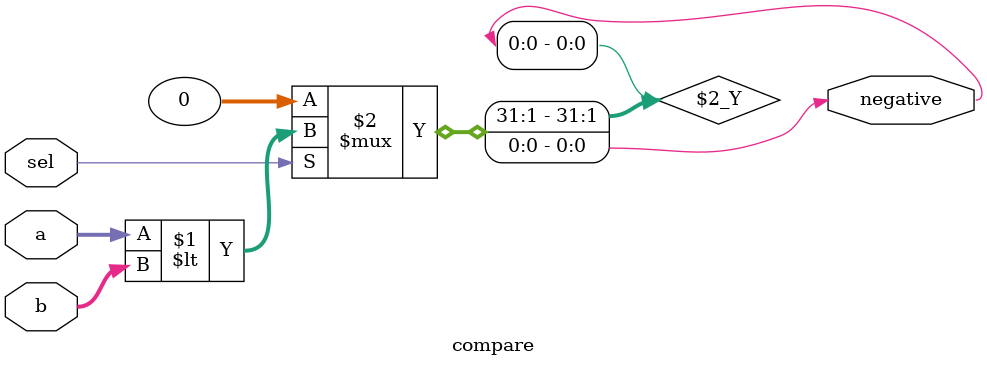
<source format=sv>
module compare #(parameter width = 4)(
    input logic [width - 1 : 0] a,b,
	input logic sel,
    output logic negative
);

	assign negative = sel ? (a < b):0;
endmodule
</source>
